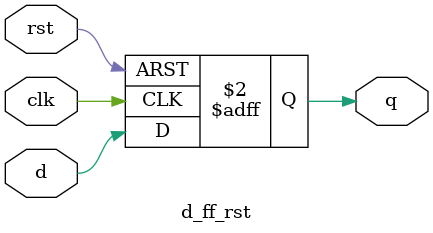
<source format=v>

module d_ff_rst (
  input  clk,  
  input  rst, 
  input  d,     
  output reg q      
);

  always @(posedge clk, posedge rst) begin   
    if (rst)   
      q <= 1'b0;    
    else 
      q <= d;     
  end

endmodule
</source>
